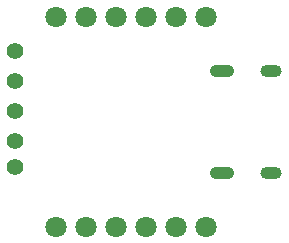
<source format=gbr>
%TF.GenerationSoftware,Altium Limited,Altium Designer,19.0.15 (446)*%
G04 Layer_Color=255*
%FSLAX45Y45*%
%MOMM*%
%TF.FileFunction,Pads,Bot*%
%TF.Part,Single*%
G01*
G75*
%TA.AperFunction,ComponentPad*%
%ADD31C,1.80000*%
G04:AMPARAMS|DCode=32|XSize=1mm|YSize=1.8mm|CornerRadius=0.5mm|HoleSize=0mm|Usage=FLASHONLY|Rotation=90.000|XOffset=0mm|YOffset=0mm|HoleType=Round|Shape=RoundedRectangle|*
%AMROUNDEDRECTD32*
21,1,1.00000,0.80000,0,0,90.0*
21,1,0.00000,1.80000,0,0,90.0*
1,1,1.00000,0.40000,0.00000*
1,1,1.00000,0.40000,0.00000*
1,1,1.00000,-0.40000,0.00000*
1,1,1.00000,-0.40000,0.00000*
%
%ADD32ROUNDEDRECTD32*%
G04:AMPARAMS|DCode=33|XSize=1mm|YSize=2.1mm|CornerRadius=0.5mm|HoleSize=0mm|Usage=FLASHONLY|Rotation=90.000|XOffset=0mm|YOffset=0mm|HoleType=Round|Shape=RoundedRectangle|*
%AMROUNDEDRECTD33*
21,1,1.00000,1.10000,0,0,90.0*
21,1,0.00000,2.10000,0,0,90.0*
1,1,1.00000,0.55000,0.00000*
1,1,1.00000,0.55000,0.00000*
1,1,1.00000,-0.55000,0.00000*
1,1,1.00000,-0.55000,0.00000*
%
%ADD33ROUNDEDRECTD33*%
%TA.AperFunction,SMDPad,CuDef*%
%ADD35C,1.40000*%
D31*
X10414000Y5334000D02*
D03*
X10668000D02*
D03*
X10160000D02*
D03*
X9906000D02*
D03*
X10922000D02*
D03*
X11176000D02*
D03*
X10414000Y7112000D02*
D03*
X10668000D02*
D03*
X10160000D02*
D03*
X9906000D02*
D03*
X10922000D02*
D03*
X11176000D02*
D03*
D32*
X11731250Y6655000D02*
D03*
Y5791000D02*
D03*
D33*
X11313250Y6655000D02*
D03*
Y5791000D02*
D03*
D35*
X9563100Y6057900D02*
D03*
Y6311900D02*
D03*
Y6565900D02*
D03*
Y6819900D02*
D03*
Y5842000D02*
D03*
%TF.MD5,84fe859fd3a48573b6b17c1649a12f8e*%
M02*

</source>
